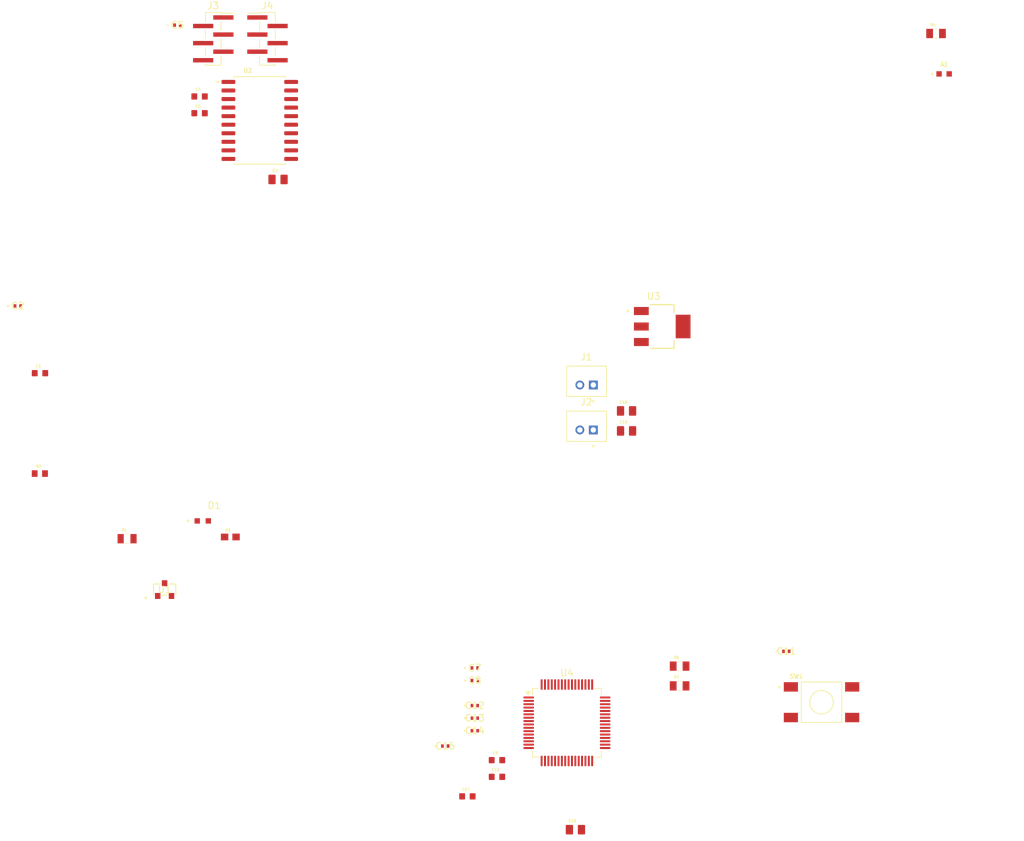
<source format=kicad_pcb>
(kicad_pcb (version 20241229) (generator "pcbnew") (generator_version "9.0")
  (layers (0 "F.Cu" signal) (2 "B.Cu" signal) (13 "F.Paste" user) (15 "B.Paste" user) (5 "F.SilkS" user "F.Silkscreen") (7 "B.SilkS" user "B.Silkscreen") (1 "F.Mask" user) (3 "B.Mask" user) (25 "Edge.Cuts" user))
  (net 0 "")
  (net 1 "PC5 (to be assigned)")
  (net 2 "3V3")
  (net 3 "GND")
  (net 4 "VCC")
  (net 5 "MGND")
  (net 6 "Net-(U4-VCAP_1)")
  (net 7 "Net-(U4-VCAP_2)")
  (net 8 "NRST")
  (net 9 "Net-(D1-Pad2)")
  (net 10 "Net-(U1-D)")
  (net 11 "Net-(J1-Pad2)")
  (net 12 "RENC1")
  (net 13 "MR1")
  (net 14 "MR2")
  (net 15 "RENC2")
  (net 16 "LENC2")
  (net 17 "ML1")
  (net 18 "LENC1")
  (net 19 "ML2")
  (net 20 "PC9 (to be assigned)")
  (net 21 "Net-(U1-G)")
  (net 22 "Net-(U4-BOOT0)")
  (net 23 "Net-(U4-PB2)")
  (net 26 "PB7")
  (net 27 "PB8")
  (net 28 "PB6")
  (net 29 "PB9")
  (net 37 "SWDIO")
  (net 43 "SWCLK")
  (footprint "Connector_PinHeader_1.27mm:PinHeader_1x06_P1.27mm_Vertical_SMD_Pin1Left" (layer "F.Cu") (at 79.3 33.795)
    (property "Reference" "J4" (at 0 -4.92 0) (layer "F.SilkS"))
    (property "Value" "Left Header")
    (fp_line (start -1.16 -3.92) (end -1.16 -3.81) (stroke (width 0.12)) (layer "F.SilkS"))
    (fp_line (start -1.16 -3.92) (end 1.16 -3.92) (stroke (width 0.12)) (layer "F.SilkS"))
    (fp_line (start -1.16 -3.81) (end -2.94 -3.81) (stroke (width 0.12)) (layer "F.SilkS"))
    (fp_line (start -1.16 -2.54) (end -1.16 -1.27) (stroke (width 0.12)) (layer "F.SilkS"))
    (fp_line (start -1.16 0) (end -1.16 1.27) (stroke (width 0.12)) (layer "F.SilkS"))
    (fp_line (start -1.16 2.54) (end -1.16 3.92) (stroke (width 0.12)) (layer "F.SilkS"))
    (fp_line (start -1.16 3.92) (end 1.16 3.92) (stroke (width 0.12)) (layer "F.SilkS"))
    (fp_line (start 1.16 -3.81) (end 1.16 -2.54) (stroke (width 0.12)) (layer "F.SilkS"))
    (fp_line (start 1.16 -1.27) (end 1.16 0) (stroke (width 0.12)) (layer "F.SilkS"))
    (fp_line (start 1.16 1.27) (end 1.16 2.54) (stroke (width 0.12)) (layer "F.SilkS"))
    (fp_line (start 1.16 3.81) (end 1.16 3.92) (stroke (width 0.12)) (layer "F.SilkS"))
    (pad "1" smd rect (at -1.5 -3.175) (size 3 0.65) (layers "F.Cu" "F.Mask" "F.Paste") (net 3 "GND"))
    (pad "2" smd rect (at 1.5 -1.905) (size 3 0.65) (layers "F.Cu" "F.Mask" "F.Paste") (net 18 "LENC1"))
    (pad "3" smd rect (at -1.5 -0.635) (size 3 0.65) (layers "F.Cu" "F.Mask" "F.Paste") (net 16 "LENC2"))
    (pad "4" smd rect (at 1.5 0.635) (size 3 0.65) (layers "F.Cu" "F.Mask" "F.Paste") (net 2 "3V3"))
    (pad "5" smd rect (at -1.5 1.905) (size 3 0.65) (layers "F.Cu" "F.Mask" "F.Paste") (net 19 "ML2"))
    (pad "6" smd rect (at 1.5 3.175) (size 3 0.65) (layers "F.Cu" "F.Mask" "F.Paste") (net 17 "ML1"))
  )
  (footprint "0.1µFCapacitor_footprints:CAP_0402_N_WAL-L" (layer "F.Cu") (at 110.0809 127.182)
    (property "Reference" "C7" (at 0 0 0) (layer "F.SilkS"))
    (property "Value" "0.1 µF")
    (fp_circle (center -1.4605 0) (end -1.3843 0) (stroke (width 0.1524)) (fill no) (layer "F.SilkS"))
    (pad "1" smd rect (at -0.4191 0) (size 0.4064 0.508) (layers "F.Cu" "F.Mask" "F.Paste") (net 3 "GND"))
    (pad "2" smd rect (at 0.4191 0) (size 0.4064 0.508) (layers "F.Cu" "F.Mask" "F.Paste") (net 2 "3V3"))
  )
  (footprint "CL21B106KOQNNNE:CAPC2012X140N" (layer "F.Cu") (at 132.605 89.03)
    (property "Reference" "C18" (at -0.44 -1.3 0) (layer "F.SilkS") (effects (font (size 0.393701 0.393701))))
    (property "Value" "10 µF")
    (pad "1" smd roundrect (at -0.895 0) (size 1.08 1.42) (layers "F.Cu" "F.Mask" "F.Paste") (roundrect_rratio 0.125) (net 4 "VCC"))
    (pad "2" smd roundrect (at 0.895 0) (size 1.08 1.42) (layers "F.Cu" "F.Mask" "F.Paste") (roundrect_rratio 0.125) (net 3 "GND"))
  )
  (footprint "B2B_PH_K_S:JST_B2B-PH-K-S" (layer "F.Cu") (at 126.67 84.63)
    (property "Reference" "J1" (at -0.025 -3.585 0) (layer "F.SilkS"))
    (property "Value" "JST Connector")
    (fp_line (start -2.95 -2.25) (end 2.95 -2.25) (stroke (width 0.127)) (layer "F.SilkS"))
    (fp_line (start -2.95 2.25) (end -2.95 -2.25) (stroke (width 0.127)) (layer "F.SilkS"))
    (fp_line (start 2.95 -2.25) (end 2.95 2.25) (stroke (width 0.127)) (layer "F.SilkS"))
    (fp_line (start 2.95 2.25) (end -2.95 2.25) (stroke (width 0.127)) (layer "F.SilkS"))
    (fp_circle (center 1 2.95) (end 1.1 2.95) (stroke (width 0.2)) (fill no) (layer "F.SilkS"))
    (pad "1" thru_hole rect (at 1 0.55) (size 1.308 1.308) (drill 0.8) (layers "*.Cu" "*.Mask") (net 4 "VCC"))
    (pad "2" thru_hole circle (at -1 0.55) (size 1.308 1.308) (drill 0.8) (layers "*.Cu" "*.Mask") (net 11 "Net-(J1-Pad2)"))
  )
  (footprint "hbridge_L293DD:SOIC127P1032X265-20N" (layer "F.Cu") (at 78.155 45.905)
    (property "Reference" "U2" (at -1.778 -7.3914 0) (layer "F.SilkS") (effects (font (size 0.64 0.64))))
    (property "Value" "H-Bridge")
    (fp_line (start -3.8 -6.5) (end 3.8 -6.5) (stroke (width 0.127)) (layer "F.SilkS"))
    (fp_line (start -3.8 -6.33) (end -3.8 -6.5) (stroke (width 0.127)) (layer "F.SilkS"))
    (fp_line (start -3.8 6.33) (end -3.8 6.5) (stroke (width 0.127)) (layer "F.SilkS"))
    (fp_line (start -3.8 6.5) (end 3.8 6.5) (stroke (width 0.127)) (layer "F.SilkS"))
    (fp_line (start 3.8 -6.33) (end 3.8 -6.5) (stroke (width 0.127)) (layer "F.SilkS"))
    (fp_line (start 3.8 6.33) (end 3.8 6.5) (stroke (width 0.127)) (layer "F.SilkS"))
    (fp_circle (center -6.25 -5.75) (end -6.15 -5.75) (stroke (width 0.2)) (fill no) (layer "F.SilkS"))
    (pad "1" smd roundrect (at -4.655 -5.715) (size 2.05 0.6) (layers "F.Cu" "F.Mask" "F.Paste") (net 2 "3V3"))
    (pad "2" smd roundrect (at -4.655 -4.445) (size 2.05 0.6) (layers "F.Cu" "F.Mask" "F.Paste") (net 28 "PB6"))
    (pad "3" smd roundrect (at -4.655 -3.175) (size 2.05 0.6) (layers "F.Cu" "F.Mask" "F.Paste") (net 19 "ML2"))
    (pad "4" smd roundrect (at -4.655 -1.905) (size 2.05 0.6) (layers "F.Cu" "F.Mask" "F.Paste") (net 5 "MGND"))
    (pad "5" smd roundrect (at -4.655 -0.635) (size 2.05 0.6) (layers "F.Cu" "F.Mask" "F.Paste") (net 5 "MGND"))
    (pad "6" smd roundrect (at -4.655 0.635) (size 2.05 0.6) (layers "F.Cu" "F.Mask" "F.Paste") (net 5 "MGND"))
    (pad "7" smd roundrect (at -4.655 1.905) (size 2.05 0.6) (layers "F.Cu" "F.Mask" "F.Paste") (net 5 "MGND"))
    (pad "8" smd roundrect (at -4.655 3.175) (size 2.05 0.6) (layers "F.Cu" "F.Mask" "F.Paste") (net 17 "ML1"))
    (pad "9" smd roundrect (at -4.655 4.445) (size 2.05 0.6) (layers "F.Cu" "F.Mask" "F.Paste") (net 26 "PB7"))
    (pad "10" smd roundrect (at -4.655 5.715) (size 2.05 0.6) (layers "F.Cu" "F.Mask" "F.Paste") (net 4 "VCC"))
    (pad "11" smd roundrect (at 4.655 5.715) (size 2.05 0.6) (layers "F.Cu" "F.Mask" "F.Paste") (net 2 "3V3"))
    (pad "12" smd roundrect (at 4.655 4.445) (size 2.05 0.6) (layers "F.Cu" "F.Mask" "F.Paste") (net 27 "PB8"))
    (pad "13" smd roundrect (at 4.655 3.175) (size 2.05 0.6) (layers "F.Cu" "F.Mask" "F.Paste") (net 14 "MR2"))
    (pad "14" smd roundrect (at 4.655 1.905) (size 2.05 0.6) (layers "F.Cu" "F.Mask" "F.Paste") (net 5 "MGND"))
    (pad "15" smd roundrect (at 4.655 0.635) (size 2.05 0.6) (layers "F.Cu" "F.Mask" "F.Paste") (net 5 "MGND"))
    (pad "16" smd roundrect (at 4.655 -0.635) (size 2.05 0.6) (layers "F.Cu" "F.Mask" "F.Paste") (net 5 "MGND"))
    (pad "17" smd roundrect (at 4.655 -1.905) (size 2.05 0.6) (layers "F.Cu" "F.Mask" "F.Paste") (net 5 "MGND"))
    (pad "18" smd roundrect (at 4.655 -3.175) (size 2.05 0.6) (layers "F.Cu" "F.Mask" "F.Paste") (net 13 "MR1"))
    (pad "19" smd roundrect (at 4.655 -4.445) (size 2.05 0.6) (layers "F.Cu" "F.Mask" "F.Paste") (net 29 "PB9"))
    (pad "20" smd roundrect (at 4.655 -5.715) (size 2.05 0.6) (layers "F.Cu" "F.Mask" "F.Paste") (net 4 "VCC"))
  )
  (footprint "RMCF0805FT10K0:RESC2012X65N" (layer "F.Cu") (at 140.481 126.918)
    (property "Reference" "R5" (at -0.46 -1.27 0) (layer "F.SilkS") (effects (font (size 0.393701 0.393701))))
    (property "Value" "10 kOhm")
    (fp_line (start -0.12 -0.68) (end 0.12 -0.68) (stroke (width 0.127)) (layer "F.SilkS"))
    (fp_line (start -0.12 0.68) (end 0.12 0.68) (stroke (width 0.127)) (layer "F.SilkS"))
    (pad "1" smd rect (at -0.95 0) (size 1.01 1.38) (layers "F.Cu" "F.Mask" "F.Paste") (net 3 "GND"))
    (pad "2" smd rect (at 0.95 0) (size 1.01 1.38) (layers "F.Cu" "F.Mask" "F.Paste") (net 22 "Net-(U4-BOOT0)"))
  )
  (footprint "ALS_PT19_315C_L177_TR8:XDCR_ALS-PT19-315C_L177_TR8" (layer "F.Cu") (at 179.75 39)
    (property "Reference" "A1" (at 0.032 -1.4064 0) (layer "F.SilkS") (effects (font (size 0.64 0.64))))
    (property "Value" "IR Receiver")
    (fp_circle (center -1.75 0) (end -1.65 0) (stroke (width 0.2)) (fill no) (layer "F.SilkS"))
    (pad "1" smd rect (at -0.75 0) (size 0.8 0.8) (layers "F.Cu" "F.Mask" "F.Paste") (net 2 "3V3"))
    (pad "2" smd rect (at 0.75 0) (size 0.8 0.8) (layers "F.Cu" "F.Mask" "F.Paste") (net 1 "PC5 (to be assigned)"))
  )
  (footprint "CL10A475KP8NNNC:CAPC1608X90N" (layer "F.Cu") (at 69.215 44.83)
    (property "Reference" "C6" (at -0.21 -1.05 0) (layer "F.SilkS") (effects (font (size 0.393701 0.393701))))
    (property "Value" "4.7 µF")
    (pad "1" smd roundrect (at -0.78 0) (size 0.87 0.93) (layers "F.Cu" "F.Mask" "F.Paste") (roundrect_rratio 0.125) (net 4 "VCC"))
    (pad "2" smd roundrect (at 0.78 0) (size 0.87 0.93) (layers "F.Cu" "F.Mask" "F.Paste") (roundrect_rratio 0.125) (net 3 "GND"))
  )
  (footprint "CL10A475KP8NNNC:CAPC1608X90N" (layer "F.Cu") (at 45.525 83.425)
    (property "Reference" "C1" (at -0.21 -1.05 0) (layer "F.SilkS") (effects (font (size 0.393701 0.393701))))
    (property "Value" "4.7 µF")
    (pad "1" smd roundrect (at -0.78 0) (size 0.87 0.93) (layers "F.Cu" "F.Mask" "F.Paste") (roundrect_rratio 0.125) (net 2 "3V3"))
    (pad "2" smd roundrect (at 0.78 0) (size 0.87 0.93) (layers "F.Cu" "F.Mask" "F.Paste") (roundrect_rratio 0.125) (net 3 "GND"))
  )
  (footprint "Connector_PinHeader_1.27mm:PinHeader_1x06_P1.27mm_Vertical_SMD_Pin1Right" (layer "F.Cu") (at 71.25 33.795)
    (property "Reference" "J3" (at 0 -4.92 0) (layer "F.SilkS"))
    (property "Value" "Right Header")
    (fp_line (start -1.16 -3.92) (end 1.16 -3.92) (stroke (width 0.12)) (layer "F.SilkS"))
    (fp_line (start -1.16 -3.81) (end -1.16 -2.54) (stroke (width 0.12)) (layer "F.SilkS"))
    (fp_line (start -1.16 -3.81) (end -1.16 -2.54) (stroke (width 0.12)) (layer "F.SilkS"))
    (fp_line (start -1.16 -1.27) (end -1.16 0) (stroke (width 0.12)) (layer "F.SilkS"))
    (fp_line (start -1.16 1.27) (end -1.16 2.54) (stroke (width 0.12)) (layer "F.SilkS"))
    (fp_line (start -1.16 3.81) (end -1.16 3.92) (stroke (width 0.12)) (layer "F.SilkS"))
    (fp_line (start -1.16 3.92) (end 1.16 3.92) (stroke (width 0.12)) (layer "F.SilkS"))
    (fp_line (start 1.16 -3.92) (end 1.16 -3.81) (stroke (width 0.12)) (layer "F.SilkS"))
    (fp_line (start 1.16 -3.81) (end 2.94 -3.81) (stroke (width 0.12)) (layer "F.SilkS"))
    (fp_line (start 1.16 -2.54) (end 1.16 -1.27) (stroke (width 0.12)) (layer "F.SilkS"))
    (fp_line (start 1.16 0) (end 1.16 1.27) (stroke (width 0.12)) (layer "F.SilkS"))
    (fp_line (start 1.16 2.54) (end 1.16 3.92) (stroke (width 0.12)) (layer "F.SilkS"))
    (pad "1" smd rect (at 1.5 -3.175) (size 3 0.65) (layers "F.Cu" "F.Mask" "F.Paste") (net 3 "GND"))
    (pad "2" smd rect (at -1.5 -1.905) (size 3 0.65) (layers "F.Cu" "F.Mask" "F.Paste") (net 12 "RENC1"))
    (pad "3" smd rect (at 1.5 -0.635) (size 3 0.65) (layers "F.Cu" "F.Mask" "F.Paste") (net 15 "RENC2"))
    (pad "4" smd rect (at -1.5 0.635) (size 3 0.65) (layers "F.Cu" "F.Mask" "F.Paste") (net 2 "3V3"))
    (pad "5" smd rect (at 1.5 1.905) (size 3 0.65) (layers "F.Cu" "F.Mask" "F.Paste") (net 14 "MR2"))
    (pad "6" smd rect (at -1.5 3.175) (size 3 0.65) (layers "F.Cu" "F.Mask" "F.Paste") (net 13 "MR1"))
  )
  (footprint "CL21B106KOQNNNE:CAPC2012X140N" (layer "F.Cu") (at 125.018 151.198)
    (property "Reference" "C15" (at -0.44 -1.3 0) (layer "F.SilkS") (effects (font (size 0.393701 0.393701))))
    (property "Value" "10 µF")
    (pad "1" smd roundrect (at -0.895 0) (size 1.08 1.42) (layers "F.Cu" "F.Mask" "F.Paste") (roundrect_rratio 0.125) (net 3 "GND"))
    (pad "2" smd roundrect (at 0.895 0) (size 1.08 1.42) (layers "F.Cu" "F.Mask" "F.Paste") (roundrect_rratio 0.125) (net 2 "3V3"))
  )
  (footprint "0.1µFCapacitor_footprints:CAP_0402_N_WAL-L" (layer "F.Cu") (at 110.0809 129.0456)
    (property "Reference" "C8" (at 0 0 0) (layer "F.SilkS"))
    (property "Value" "0.1 µF")
    (fp_circle (center -1.4605 0) (end -1.3843 0) (stroke (width 0.1524)) (fill no) (layer "F.SilkS"))
    (pad "1" smd rect (at -0.4191 0) (size 0.4064 0.508) (layers "F.Cu" "F.Mask" "F.Paste") (net 3 "GND"))
    (pad "2" smd rect (at 0.4191 0) (size 0.4064 0.508) (layers "F.Cu" "F.Mask" "F.Paste") (net 2 "3V3"))
  )
  (footprint "CL10B225KP8NNNC:CAPC1608X90N" (layer "F.Cu") (at 113.368 140.873)
    (property "Reference" "C9" (at -0.21 -1.05 0) (layer "F.SilkS") (effects (font (size 0.393701 0.393701))))
    (property "Value" "2.2 µF")
    (pad "1" smd roundrect (at -0.78 0) (size 0.87 0.93) (layers "F.Cu" "F.Mask" "F.Paste") (roundrect_rratio 0.125) (net 3 "GND"))
    (pad "2" smd roundrect (at 0.78 0) (size 0.87 0.93) (layers "F.Cu" "F.Mask" "F.Paste") (roundrect_rratio 0.125) (net 6 "Net-(U4-VCAP_1)"))
  )
  (footprint "AZ1117IH-3.3TRG1:SOT230P700X185-4N" (layer "F.Cu") (at 137.9 76.5)
    (property "Reference" "U3" (at -1.275 -4.485 0) (layer "F.SilkS"))
    (property "Value" "Voltage Regulator")
    (fp_line (start -1.75 -3.25) (end 1.75 -3.25) (stroke (width 0.2)) (layer "F.SilkS"))
    (fp_line (start 1.75 -3.25) (end 1.75 -2.1) (stroke (width 0.2)) (layer "F.SilkS"))
    (fp_line (start 1.75 2.1) (end 1.75 3.25) (stroke (width 0.2)) (layer "F.SilkS"))
    (fp_line (start 1.75 3.25) (end -1.75 3.25) (stroke (width 0.2)) (layer "F.SilkS"))
    (fp_circle (center -5.1 -2.3) (end -5 -2.3) (stroke (width 0.2)) (fill no) (layer "F.SilkS"))
    (pad "1" smd rect (at -3.1 -2.3) (size 2.2 1.2) (layers "F.Cu" "F.Mask" "F.Paste") (net 3 "GND"))
    (pad "2" smd rect (at -3.1 0) (size 2.2 1.2) (layers "F.Cu" "F.Mask" "F.Paste") (net 2 "3V3"))
    (pad "3" smd rect (at -3.1 2.3) (size 2.2 1.2) (layers "F.Cu" "F.Mask" "F.Paste") (net 4 "VCC"))
    (pad "4" smd rect (at 3.1 0) (size 2.2 3.5) (layers "F.Cu" "F.Mask" "F.Paste") (net 2 "3V3"))
  )
  (footprint "0.1µFCapacitor_footprints:CAP_0402_N_WAL-L" (layer "F.Cu") (at 110.0809 134.6364)
    (property "Reference" "C13" (at 0 0 0) (layer "F.SilkS"))
    (property "Value" "0.1 µF")
    (fp_circle (center -1.4605 0) (end -1.3843 0) (stroke (width 0.1524)) (fill no) (layer "F.SilkS"))
    (pad "1" smd rect (at -0.4191 0) (size 0.4064 0.508) (layers "F.Cu" "F.Mask" "F.Paste") (net 3 "GND"))
    (pad "2" smd rect (at 0.4191 0) (size 0.4064 0.508) (layers "F.Cu" "F.Mask" "F.Paste") (net 2 "3V3"))
  )
  (footprint "CRCW0603100RFKEA:RESC1508X50N" (layer "F.Cu") (at 45.504 98.33)
    (property "Reference" "R2" (at -0.19 -1.07 0) (layer "F.SilkS") (effects (font (size 0.393701 0.393701))))
    (property "Value" "100 Ohm")
    (pad "1" smd rect (at -0.765 0) (size 0.86 0.98) (layers "F.Cu" "F.Mask" "F.Paste") (net 20 "PC9 (to be assigned)"))
    (pad "2" smd rect (at 0.765 0) (size 0.86 0.98) (layers "F.Cu" "F.Mask" "F.Paste") (net 21 "Net-(U1-G)"))
  )
  (footprint "RMCF0805JT1K80:RESC2012X65N" (layer "F.Cu") (at 178.55 33)
    (property "Reference" "R4" (at -0.46 -1.27 0) (layer "F.SilkS") (effects (font (size 0.393701 0.393701))))
    (property "Value" "RMCF0805JT1K80")
    (fp_line (start -0.12 -0.68) (end 0.12 -0.68) (stroke (width 0.127)) (layer "F.SilkS"))
    (fp_line (start -0.12 0.68) (end 0.12 0.68) (stroke (width 0.127)) (layer "F.SilkS"))
    (pad "1" smd rect (at -0.95 0) (size 1.01 1.38) (layers "F.Cu" "F.Mask" "F.Paste") (net 3 "GND"))
    (pad "2" smd rect (at 0.95 0) (size 1.01 1.38) (layers "F.Cu" "F.Mask" "F.Paste") (net 1 "PC5 (to be assigned)"))
  )
  (footprint "Switch_FSM4JSMATR_footprint:SW_4-1437565-2" (layer "F.Cu") (at 161.55 132.275)
    (property "Reference" "SW1" (at -3.73164 -3.828558 0) (layer "F.SilkS") (effects (font (size 0.640957 0.640957))))
    (property "Value" "Switch")
    (fp_line (start -2.99974 -2.9972) (end -2.99974 2.9972) (stroke (width 0.127)) (layer "F.SilkS"))
    (fp_line (start -2.99212 2.99974) (end 3.00228 2.99974) (stroke (width 0.127)) (layer "F.SilkS"))
    (fp_line (start 3.00228 -2.9972) (end -2.99974 -2.9972) (stroke (width 0.127)) (layer "F.SilkS"))
    (fp_line (start 3.00228 2.99974) (end 3.00228 -2.9972) (stroke (width 0.127)) (layer "F.SilkS"))
    (fp_circle (center -6.25 -2.25) (end -6.15 -2.25) (stroke (width 0.2)) (fill no) (layer "F.SilkS"))
    (fp_circle (center 0 0) (end 1.75 0) (stroke (width 0.127)) (fill no) (layer "F.SilkS"))
    (pad "1" smd rect (at -4.55 -2.275) (size 2.1 1.4) (layers "F.Cu" "F.Mask" "F.Paste") (net 8 "NRST"))
    (pad "2" smd rect (at 4.55 -2.275) (size 2.1 1.4) (layers "F.Cu" "F.Mask" "F.Paste"))
    (pad "3" smd rect (at -4.55 2.275) (size 2.1 1.4) (layers "F.Cu" "F.Mask" "F.Paste"))
    (pad "4" smd rect (at 4.55 2.275) (size 2.1 1.4) (layers "F.Cu" "F.Mask" "F.Paste") (net 3 "GND"))
  )
  (footprint "B2B_PH_K_S:JST_B2B-PH-K-S" (layer "F.Cu") (at 126.67 91.305)
    (property "Reference" "J2" (at -0.025 -3.585 0) (layer "F.SilkS"))
    (property "Value" "JST Connector")
    (fp_line (start -2.95 -2.25) (end 2.95 -2.25) (stroke (width 0.127)) (layer "F.SilkS"))
    (fp_line (start -2.95 2.25) (end -2.95 -2.25) (stroke (width 0.127)) (layer "F.SilkS"))
    (fp_line (start 2.95 -2.25) (end 2.95 2.25) (stroke (width 0.127)) (layer "F.SilkS"))
    (fp_line (start 2.95 2.25) (end -2.95 2.25) (stroke (width 0.127)) (layer "F.SilkS"))
    (fp_circle (center 1 2.95) (end 1.1 2.95) (stroke (width 0.2)) (fill no) (layer "F.SilkS"))
    (pad "1" thru_hole rect (at 1 0.55) (size 1.308 1.308) (drill 0.8) (layers "*.Cu" "*.Mask") (net 11 "Net-(J1-Pad2)"))
    (pad "2" thru_hole circle (at -1 0.55) (size 1.308 1.308) (drill 0.8) (layers "*.Cu" "*.Mask") (net 3 "GND"))
  )
  (footprint "0.1µFCapacitor_footprints:CAP_0402_N_WAL-L" (layer "F.Cu") (at 110.0809 132.7728)
    (property "Reference" "C12" (at 0 0 0) (layer "F.SilkS"))
    (property "Value" "0.1 µF")
    (fp_circle (center -1.4605 0) (end -1.3843 0) (stroke (width 0.1524)) (fill no) (layer "F.SilkS"))
    (pad "1" smd rect (at -0.4191 0) (size 0.4064 0.508) (layers "F.Cu" "F.Mask" "F.Paste") (net 3 "GND"))
    (pad "2" smd rect (at 0.4191 0) (size 0.4064 0.508) (layers "F.Cu" "F.Mask" "F.Paste") (net 2 "3V3"))
  )
  (footprint "CL10B225KP8NNNC:CAPC1608X90N" (layer "F.Cu") (at 113.368 143.353)
    (property "Reference" "C10" (at -0.21 -1.05 0) (layer "F.SilkS") (effects (font (size 0.393701 0.393701))))
    (property "Value" "2.2 µF")
    (pad "1" smd roundrect (at -0.78 0) (size 0.87 0.93) (layers "F.Cu" "F.Mask" "F.Paste") (roundrect_rratio 0.125) (net 3 "GND"))
    (pad "2" smd roundrect (at 0.78 0) (size 0.87 0.93) (layers "F.Cu" "F.Mask" "F.Paste") (roundrect_rratio 0.125) (net 7 "Net-(U4-VCAP_2)"))
  )
  (footprint "0.1µFCapacitor_footprints:CAP_0402_N_WAL-L" (layer "F.Cu") (at 65.9279 31.7554)
    (property "Reference" "C5" (at 0 0 0) (layer "F.SilkS"))
    (property "Value" "0.1 µF")
    (fp_circle (center -1.4605 0) (end -1.3843 0) (stroke (width 0.1524)) (fill no) (layer "F.SilkS"))
    (pad "1" smd rect (at -0.4191 0) (size 0.4064 0.508) (layers "F.Cu" "F.Mask" "F.Paste") (net 3 "GND"))
    (pad "2" smd rect (at 0.4191 0) (size 0.4064 0.508) (layers "F.Cu" "F.Mask" "F.Paste") (net 4 "VCC"))
  )
  (footprint "RMCF0805FT10K0:RESC2012X65N" (layer "F.Cu") (at 140.481 129.848)
    (property "Reference" "R7" (at -0.46 -1.27 0) (layer "F.SilkS") (effects (font (size 0.393701 0.393701))))
    (property "Value" "10 kOhm")
    (fp_line (start -0.12 -0.68) (end 0.12 -0.68) (stroke (width 0.127)) (layer "F.SilkS"))
    (fp_line (start -0.12 0.68) (end 0.12 0.68) (stroke (width 0.127)) (layer "F.SilkS"))
    (pad "1" smd rect (at -0.95 0) (size 1.01 1.38) (layers "F.Cu" "F.Mask" "F.Paste") (net 23 "Net-(U4-PB2)"))
    (pad "2" smd rect (at 0.95 0) (size 1.01 1.38) (layers "F.Cu" "F.Mask" "F.Paste") (net 3 "GND"))
  )
  (footprint "CL10B105KP8NNNC:CAPC1608X90N" (layer "F.Cu") (at 108.9764 146.2514)
    (property "Reference" "C17" (at -0.21 -1.05 0) (layer "F.SilkS") (effects (font (size 0.393701 0.393701))))
    (property "Value" "1 µF")
    (pad "1" smd roundrect (at -0.78 0) (size 0.87 0.93) (layers "F.Cu" "F.Mask" "F.Paste") (roundrect_rratio 0.125) (net 2 "3V3"))
    (pad "2" smd roundrect (at 0.78 0) (size 0.87 0.93) (layers "F.Cu" "F.Mask" "F.Paste") (roundrect_rratio 0.125) (net 3 "GND"))
  )
  (footprint "RC0603FR_0747KL:RESC1608X55" (layer "F.Cu") (at 73.7834 107.7434)
    (property "Reference" "R3" (at -0.38542 -0.986064 0) (layer "F.SilkS") (effects (font (size 0.394126 0.394126))))
    (property "Value" "47 kOhm")
    (pad "1" smd rect (at -0.85 0) (size 1.1 1) (layers "F.Cu" "F.Mask" "F.Paste") (net 3 "GND"))
    (pad "2" smd rect (at 0.85 0) (size 1.1 1) (layers "F.Cu" "F.Mask" "F.Paste") (net 21 "Net-(U1-G)"))
  )
  (footprint "CL21B106KOQNNNE:CAPC2012X140N" (layer "F.Cu") (at 80.865 54.665)
    (property "Reference" "C3" (at -0.44 -1.3 0) (layer "F.SilkS") (effects (font (size 0.393701 0.393701))))
    (property "Value" "10 µF")
    (pad "1" smd roundrect (at -0.895 0) (size 1.08 1.42) (layers "F.Cu" "F.Mask" "F.Paste") (roundrect_rratio 0.125) (net 4 "VCC"))
    (pad "2" smd roundrect (at 0.895 0) (size 1.08 1.42) (layers "F.Cu" "F.Mask" "F.Paste") (roundrect_rratio 0.125) (net 5 "MGND"))
  )
  (footprint "RC0805FR_0751RL:RESC2012X60N" (layer "F.Cu") (at 58.455 108)
    (property "Reference" "R1" (at -0.41 -1.27 0) (layer "F.SilkS") (effects (font (size 0.393701 0.393701))))
    (property "Value" "51 Ohm")
    (fp_line (start -0.17 -0.68) (end 0.17 -0.68) (stroke (width 0.127)) (layer "F.SilkS"))
    (fp_line (start -0.17 0.68) (end 0.17 0.68) (stroke (width 0.127)) (layer "F.SilkS"))
    (pad "1" smd rect (at -0.955 0) (size 0.92 1.38) (layers "F.Cu" "F.Mask" "F.Paste") (net 9 "Net-(D1-Pad2)"))
    (pad "2" smd rect (at 0.955 0) (size 0.92 1.38) (layers "F.Cu" "F.Mask" "F.Paste") (net 2 "3V3"))
  )
  (footprint "MOSFET_footprints:SOT-23_1_DIO" (layer "F.Cu") (at 64.024999 115.555001)
    (property "Reference" "U1" (at 0 0 0) (layer "F.SilkS"))
    (property "Value" "MOSFET")
    (fp_line (start -1.652 -0.827) (end -1.652 0.827) (stroke (width 0.1524)) (layer "F.SilkS"))
    (fp_line (start -0.61314 -0.827) (end -1.652 -0.827) (stroke (width 0.1524)) (layer "F.SilkS"))
    (fp_line (start -0.411859 0.827) (end 0.411859 0.827) (stroke (width 0.1524)) (layer "F.SilkS"))
    (fp_line (start 1.652 -0.827) (end 0.61314 -0.827) (stroke (width 0.1524)) (layer "F.SilkS"))
    (fp_line (start 1.652 0.827) (end 1.652 -0.827) (stroke (width 0.1524)) (layer "F.SilkS"))
    (fp_circle (center -2.795 1.25) (end -2.668 1.25) (stroke (width 0.1524)) (fill no) (layer "F.SilkS"))
    (pad "1" smd rect (at -1.024999 0.944999) (size 0.8128 0.889) (layers "F.Cu" "F.Mask" "F.Paste") (net 21 "Net-(U1-G)"))
    (pad "2" smd rect (at 1.024999 0.944999) (size 0.8128 0.889) (layers "F.Cu" "F.Mask" "F.Paste") (net 3 "GND"))
    (pad "3" smd rect (at 0 -0.945) (size 0.8128 0.889) (layers "F.Cu" "F.Mask" "F.Paste") (net 10 "Net-(U1-D)"))
  )
  (footprint "0.1µFCapacitor_footprints:CAP_0402_N_WAL-L" (layer "F.Cu") (at 110.0809 136.5)
    (property "Reference" "C14" (at 0 0 0) (layer "F.SilkS"))
    (property "Value" "0.1 µF")
    (fp_circle (center -1.4605 0) (end -1.3843 0) (stroke (width 0.1524)) (fill no) (layer "F.SilkS"))
    (pad "1" smd rect (at -0.4191 0) (size 0.4064 0.508) (layers "F.Cu" "F.Mask" "F.Paste") (net 3 "GND"))
    (pad "2" smd rect (at 0.4191 0) (size 0.4064 0.508) (layers "F.Cu" "F.Mask" "F.Paste") (net 2 "3V3"))
  )
  (footprint "Package_QFP:LQFP-64_10x10mm_P0.5mm" (layer "F.Cu") (at 123.75 135.325)
    (property "Reference" "U4" (at 0 -7.4 0) (layer "F.SilkS"))
    (property "Value" "STM32F205RGTx")
    (fp_line (start -5.11 -5.11) (end -4.16 -5.11) (stroke (width 0.12)) (layer "F.SilkS"))
    (fp_line (start -5.11 -4.16) (end -5.11 -5.11) (stroke (width 0.12)) (layer "F.SilkS"))
    (fp_line (start -5.11 5.11) (end -5.11 4.16) (stroke (width 0.12)) (layer "F.SilkS"))
    (fp_line (start -4.16 5.11) (end -5.11 5.11) (stroke (width 0.12)) (layer "F.SilkS"))
    (fp_line (start 4.16 -5.11) (end 5.11 -5.11) (stroke (width 0.12)) (layer "F.SilkS"))
    (fp_line (start 5.11 -5.11) (end 5.11 -4.16) (stroke (width 0.12)) (layer "F.SilkS"))
    (fp_line (start 5.11 4.16) (end 5.11 5.11) (stroke (width 0.12)) (layer "F.SilkS"))
    (fp_line (start 5.11 5.11) (end 4.16 5.11) (stroke (width 0.12)) (layer "F.SilkS"))
    (fp_poly (pts (xy -5.75 -4.16) (xy -6.09 -4.63) (xy -5.41 -4.63)) (stroke (width 0.12)) (fill yes) (layer "F.SilkS"))
    (pad "1" smd roundrect (at -5.675 -3.75) (size 1.55 0.3) (layers "F.Cu" "F.Mask" "F.Paste") (net 2 "3V3"))
    (pad "2" smd roundrect (at -5.675 -3.25) (size 1.55 0.3) (layers "F.Cu" "F.Mask" "F.Paste"))
    (pad "3" smd roundrect (at -5.675 -2.75) (size 1.55 0.3) (layers "F.Cu" "F.Mask" "F.Paste"))
    (pad "4" smd roundrect (at -5.675 -2.25) (size 1.55 0.3) (layers "F.Cu" "F.Mask" "F.Paste"))
    (pad "5" smd roundrect (at -5.675 -1.75) (size 1.55 0.3) (layers "F.Cu" "F.Mask" "F.Paste"))
    (pad "6" smd roundrect (at -5.675 -1.25) (size 1.55 0.3) (layers "F.Cu" "F.Mask" "F.Paste"))
    (pad "7" smd roundrect (at -5.675 -0.75) (size 1.55 0.3) (layers "F.Cu" "F.Mask" "F.Paste") (net 8 "NRST"))
    (pad "8" smd roundrect (at -5.675 -0.25) (size 1.55 0.3) (layers "F.Cu" "F.Mask" "F.Paste"))
    (pad "9" smd roundrect (at -5.675 0.25) (size 1.55 0.3) (layers "F.Cu" "F.Mask" "F.Paste"))
    (pad "10" smd roundrect (at -5.675 0.75) (size 1.55 0.3) (layers "F.Cu" "F.Mask" "F.Paste"))
    (pad "11" smd roundrect (at -5.675 1.25) (size 1.55 0.3) (layers "F.Cu" "F.Mask" "F.Paste"))
    (pad "12" smd roundrect (at -5.675 1.75) (size 1.55 0.3) (layers "F.Cu" "F.Mask" "F.Paste") (net 3 "GND"))
    (pad "13" smd roundrect (at -5.675 2.25) (size 1.55 0.3) (layers "F.Cu" "F.Mask" "F.Paste") (net 2 "3V3"))
    (pad "14" smd roundrect (at -5.675 2.75) (size 1.55 0.3) (layers "F.Cu" "F.Mask" "F.Paste"))
    (pad "15" smd roundrect (at -5.675 3.25) (size 1.55 0.3) (layers "F.Cu" "F.Mask" "F.Paste"))
    (pad "16" smd roundrect (at -5.675 3.75) (size 1.55 0.3) (layers "F.Cu" "F.Mask" "F.Paste"))
    (pad "17" smd roundrect (at -3.75 5.675) (size 0.3 1.55) (layers "F.Cu" "F.Mask" "F.Paste"))
    (pad "18" smd roundrect (at -3.25 5.675) (size 0.3 1.55) (layers "F.Cu" "F.Mask" "F.Paste") (net 3 "GND"))
    (pad "19" smd roundrect (at -2.75 5.675) (size 0.3 1.55) (layers "F.Cu" "F.Mask" "F.Paste") (net 2 "3V3"))
    (pad "20" smd roundrect (at -2.25 5.675) (size 0.3 1.55) (layers "F.Cu" "F.Mask" "F.Paste"))
    (pad "21" smd roundrect (at -1.75 5.675) (size 0.3 1.55) (layers "F.Cu" "F.Mask" "F.Paste"))
    (pad "22" smd roundrect (at -1.25 5.675) (size 0.3 1.55) (layers "F.Cu" "F.Mask" "F.Paste"))
    (pad "23" smd roundrect (at -0.75 5.675) (size 0.3 1.55) (layers "F.Cu" "F.Mask" "F.Paste"))
    (pad "24" smd roundrect (at -0.25 5.675) (size 0.3 1.55) (layers "F.Cu" "F.Mask" "F.Paste"))
    (pad "25" smd roundrect (at 0.25 5.675) (size 0.3 1.55) (layers "F.Cu" "F.Mask" "F.Paste"))
    (pad "26" smd roundrect (at 0.75 5.675) (size 0.3 1.55) (layers "F.Cu" "F.Mask" "F.Paste"))
    (pad "27" smd roundrect (at 1.25 5.675) (size 0.3 1.55) (layers "F.Cu" "F.Mask" "F.Paste"))
    (pad "28" smd roundrect (at 1.75 5.675) (size 0.3 1.55) (layers "F.Cu" "F.Mask" "F.Paste") (net 23 "Net-(U4-PB2)"))
    (pad "29" smd roundrect (at 2.25 5.675) (size 0.3 1.55) (layers "F.Cu" "F.Mask" "F.Paste"))
    (pad "30" smd roundrect (at 2.75 5.675) (size 0.3 1.55) (layers "F.Cu" "F.Mask" "F.Paste"))
    (pad "31" smd roundrect (at 3.25 5.675) (size 0.3 1.55) (layers "F.Cu" "F.Mask" "F.Paste") (net 6 "Net-(U4-VCAP_1)"))
    (pad "32" smd roundrect (at 3.75 5.675) (size 0.3 1.55) (layers "F.Cu" "F.Mask" "F.Paste") (net 2 "3V3"))
    (pad "33" smd roundrect (at 5.675 3.75) (size 1.55 0.3) (layers "F.Cu" "F.Mask" "F.Paste"))
    (pad "34" smd roundrect (at 5.675 3.25) (size 1.55 0.3) (layers "F.Cu" "F.Mask" "F.Paste"))
    (pad "35" smd roundrect (at 5.675 2.75) (size 1.55 0.3) (layers "F.Cu" "F.Mask" "F.Paste"))
    (pad "36" smd roundrect (at 5.675 2.25) (size 1.55 0.3) (layers "F.Cu" "F.Mask" "F.Paste"))
    (pad "37" smd roundrect (at 5.675 1.75) (size 1.55 0.3) (layers "F.Cu" "F.Mask" "F.Paste"))
    (pad "38" smd roundrect (at 5.675 1.25) (size 1.55 0.3) (layers "F.Cu" "F.Mask" "F.Paste"))
    (pad "39" smd roundrect (at 5.675 0.75) (size 1.55 0.3) (layers "F.Cu" "F.Mask" "F.Paste"))
    (pad "40" smd roundrect (at 5.675 0.25) (size 1.55 0.3) (layers "F.Cu" "F.Mask" "F.Paste"))
    (pad "41" smd roundrect (at 5.675 -0.25) (size 1.55 0.3) (layers "F.Cu" "F.Mask" "F.Paste"))
    (pad "42" smd roundrect (at 5.675 -0.75) (size 1.55 0.3) (layers "F.Cu" "F.Mask" "F.Paste"))
    (pad "43" smd roundrect (at 5.675 -1.25) (size 1.55 0.3) (layers "F.Cu" "F.Mask" "F.Paste"))
    (pad "44" smd roundrect (at 5.675 -1.75) (size 1.55 0.3) (layers "F.Cu" "F.Mask" "F.Paste"))
    (pad "45" smd roundrect (at 5.675 -2.25) (size 1.55 0.3) (layers "F.Cu" "F.Mask" "F.Paste"))
    (pad "46" smd roundrect (at 5.675 -2.75) (size 1.55 0.3) (layers "F.Cu" "F.Mask" "F.Paste") (net 37 "SWDIO"))
    (pad "47" smd roundrect (at 5.675 -3.25) (size 1.55 0.3) (layers "F.Cu" "F.Mask" "F.Paste") (net 7 "Net-(U4-VCAP_2)"))
    (pad "48" smd roundrect (at 5.675 -3.75) (size 1.55 0.3) (layers "F.Cu" "F.Mask" "F.Paste") (net 2 "3V3"))
    (pad "49" smd roundrect (at 3.75 -5.675) (size 0.3 1.55) (layers "F.Cu" "F.Mask" "F.Paste") (net 43 "SWCLK"))
    (pad "50" smd roundrect (at 3.25 -5.675) (size 0.3 1.55) (layers "F.Cu" "F.Mask" "F.Paste"))
    (pad "51" smd roundrect (at 2.75 -5.675) (size 0.3 1.55) (layers "F.Cu" "F.Mask" "F.Paste"))
    (pad "52" smd roundrect (at 2.25 -5.675) (size 0.3 1.55) (layers "F.Cu" "F.Mask" "F.Paste"))
    (pad "53" smd roundrect (at 1.75 -5.675) (size 0.3 1.55) (layers "F.Cu" "F.Mask" "F.Paste"))
    (pad "54" smd roundrect (at 1.25 -5.675) (size 0.3 1.55) (layers "F.Cu" "F.Mask" "F.Paste"))
    (pad "55" smd roundrect (at 0.75 -5.675) (size 0.3 1.55) (layers "F.Cu" "F.Mask" "F.Paste"))
    (pad "56" smd roundrect (at 0.25 -5.675) (size 0.3 1.55) (layers "F.Cu" "F.Mask" "F.Paste"))
    (pad "57" smd roundrect (at -0.25 -5.675) (size 0.3 1.55) (layers "F.Cu" "F.Mask" "F.Paste"))
    (pad "58" smd roundrect (at -0.75 -5.675) (size 0.3 1.55) (layers "F.Cu" "F.Mask" "F.Paste"))
    (pad "59" smd roundrect (at -1.25 -5.675) (size 0.3 1.55) (layers "F.Cu" "F.Mask" "F.Paste"))
    (pad "60" smd roundrect (at -1.75 -5.675) (size 0.3 1.55) (layers "F.Cu" "F.Mask" "F.Paste") (net 22 "Net-(U4-BOOT0)"))
    (pad "61" smd roundrect (at -2.25 -5.675) (size 0.3 1.55) (layers "F.Cu" "F.Mask" "F.Paste"))
    (pad "62" smd roundrect (at -2.75 -5.675) (size 0.3 1.55) (layers "F.Cu" "F.Mask" "F.Paste"))
    (pad "63" smd roundrect (at -3.25 -5.675) (size 0.3 1.55) (layers "F.Cu" "F.Mask" "F.Paste") (net 3 "GND"))
    (pad "64" smd roundrect (at -3.75 -5.675) (size 0.3 1.55) (layers "F.Cu" "F.Mask" "F.Paste") (net 2 "3V3"))
  )
  (footprint "0.1µFCapacitor_footprints:CAP_0402_N_WAL-L" (layer "F.Cu") (at 105.6893 138.782)
    (property "Reference" "C16" (at 0 0 0) (layer "F.SilkS"))
    (property "Value" "0.1 µF")
    (fp_circle (center -1.4605 0) (end -1.3843 0) (stroke (width 0.1524)) (fill no) (layer "F.SilkS"))
    (pad "1" smd rect (at -0.4191 0) (size 0.4064 0.508) (layers "F.Cu" "F.Mask" "F.Paste") (net 2 "3V3"))
    (pad "2" smd rect (at 0.4191 0) (size 0.4064 0.508) (layers "F.Cu" "F.Mask" "F.Paste") (net 3 "GND"))
  )
  (footprint "CL21A226MPQNNNE:CAPC2012X140N" (layer "F.Cu") (at 132.605 92)
    (property "Reference" "C19" (at -0.44 -1.3 0) (layer "F.SilkS") (effects (font (size 0.393701 0.393701))))
    (property "Value" "22 µF")
    (pad "1" smd roundrect (at -0.895 0) (size 1.08 1.42) (layers "F.Cu" "F.Mask" "F.Paste") (roundrect_rratio 0.125) (net 2 "3V3"))
    (pad "2" smd roundrect (at 0.895 0) (size 1.08 1.42) (layers "F.Cu" "F.Mask" "F.Paste") (roundrect_rratio 0.125) (net 3 "GND"))
  )
  (footprint "CL10A475KP8NNNC:CAPC1608X90N" (layer "F.Cu") (at 69.215 42.35)
    (property "Reference" "C4" (at -0.21 -1.05 0) (layer "F.SilkS") (effects (font (size 0.393701 0.393701))))
    (property "Value" "4.7 µF")
    (pad "1" smd roundrect (at -0.78 0) (size 0.87 0.93) (layers "F.Cu" "F.Mask" "F.Paste") (roundrect_rratio 0.125) (net 5 "MGND"))
    (pad "2" smd roundrect (at 0.78 0) (size 0.87 0.93) (layers "F.Cu" "F.Mask" "F.Paste") (roundrect_rratio 0.125) (net 4 "VCC"))
  )
  (footprint "APT1608F3C:LED_APT1608F3C" (layer "F.Cu") (at 69.69 105.36)
    (property "Reference" "D1" (at 1.7 -2.285 0) (layer "F.SilkS"))
    (property "Value" "IR Emitter")
    (fp_circle (center -2.225 0) (end -2.125 0) (stroke (width 0.2)) (fill no) (layer "F.SilkS"))
    (pad "1" smd rect (at -0.825 0) (size 0.8 0.8) (layers "F.Cu" "F.Mask" "F.Paste") (net 10 "Net-(U1-D)"))
    (pad "2" smd rect (at 0.825 0) (size 0.8 0.8) (layers "F.Cu" "F.Mask" "F.Paste") (net 9 "Net-(D1-Pad2)"))
  )
  (footprint "0.1µFCapacitor_footprints:CAP_0402_N_WAL-L" (layer "F.Cu") (at 156.3229 124.7162)
    (property "Reference" "C11" (at 0 0 0) (layer "F.SilkS"))
    (property "Value" "0.1 uF")
    (fp_circle (center -1.4605 0) (end -1.3843 0) (stroke (width 0.1524)) (fill no) (layer "F.SilkS"))
    (pad "1" smd rect (at -0.4191 0) (size 0.4064 0.508) (layers "F.Cu" "F.Mask" "F.Paste") (net 8 "NRST"))
    (pad "2" smd rect (at 0.4191 0) (size 0.4064 0.508) (layers "F.Cu" "F.Mask" "F.Paste") (net 3 "GND"))
  )
  (footprint "0.1µFCapacitor_footprints:CAP_0402_N_WAL-L" (layer "F.Cu") (at 42.2379 73.4468)
    (property "Reference" "C2" (at 0 0 0) (layer "F.SilkS"))
    (property "Value" "0.1 µF")
    (fp_circle (center -1.4605 0) (end -1.3843 0) (stroke (width 0.1524)) (fill no) (layer "F.SilkS"))
    (pad "1" smd rect (at -0.4191 0) (size 0.4064 0.508) (layers "F.Cu" "F.Mask" "F.Paste") (net 3 "GND"))
    (pad "2" smd rect (at 0.4191 0) (size 0.4064 0.508) (layers "F.Cu" "F.Mask" "F.Paste") (net 2 "3V3"))
  )
)
</source>
